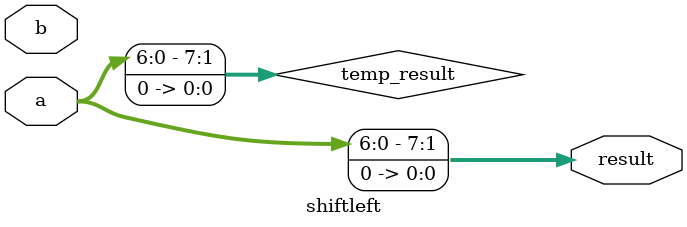
<source format=sv>
module shiftleft #(parameter N = 8)
    (
     input logic [N-1:0] a,
     input logic [N-1:0] b,
     output logic [N-1:0] result
    );

    // For intermediate results
    logic [N-1:0] temp_result;

    always_comb begin
        temp_result = a << 1'b1;
    end

    // Assign result
    assign result = temp_result;

endmodule
</source>
